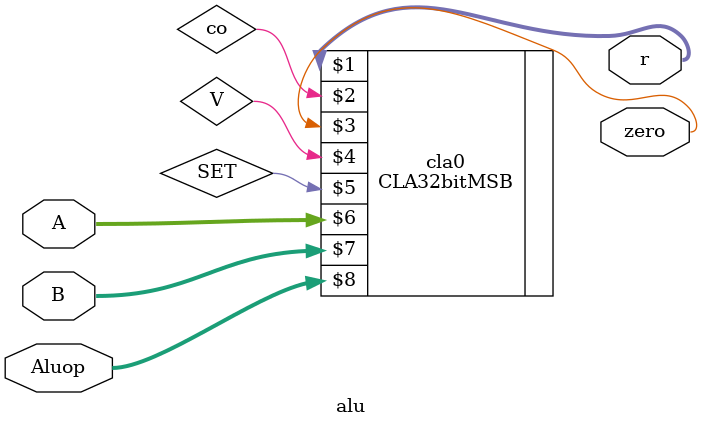
<source format=v>
module alu(r, zero, A, B, Aluop);
	output [31:0] r;
	output zero;

	input [31:0] A;
	input [31:0] B;
	input [2:0] Aluop;



	wire co;
	wire V;
	wire SET;

	
	CLA32bitMSB cla0(r, co, zero, V, SET, A, B, Aluop);


endmodule
</source>
